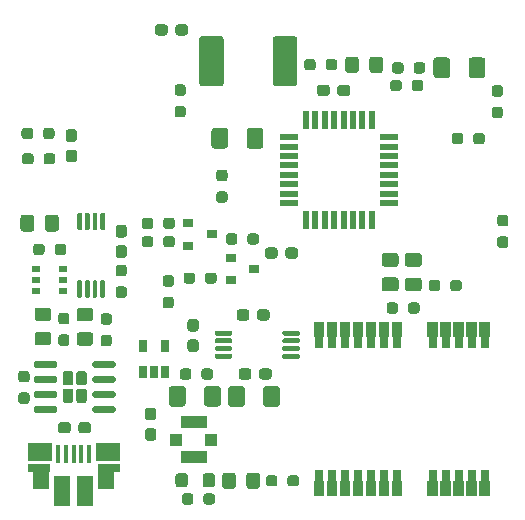
<source format=gtp>
G04 #@! TF.GenerationSoftware,KiCad,Pcbnew,5.1.10-88a1d61d58~90~ubuntu20.04.1*
G04 #@! TF.CreationDate,2021-08-08T16:04:40+03:00*
G04 #@! TF.ProjectId,GPS_keychain,4750535f-6b65-4796-9368-61696e2e6b69,rev?*
G04 #@! TF.SameCoordinates,Original*
G04 #@! TF.FileFunction,Paste,Top*
G04 #@! TF.FilePolarity,Positive*
%FSLAX46Y46*%
G04 Gerber Fmt 4.6, Leading zero omitted, Abs format (unit mm)*
G04 Created by KiCad (PCBNEW 5.1.10-88a1d61d58~90~ubuntu20.04.1) date 2021-08-08 16:04:40*
%MOMM*%
%LPD*%
G01*
G04 APERTURE LIST*
%ADD10C,0.000100*%
%ADD11R,1.600000X0.550000*%
%ADD12R,0.550000X1.600000*%
%ADD13R,0.650000X1.060000*%
%ADD14R,0.700000X0.510000*%
%ADD15R,0.900000X0.800000*%
%ADD16R,1.430000X2.500000*%
%ADD17R,0.400000X1.650000*%
%ADD18R,2.000000X1.500000*%
%ADD19R,1.825000X0.700000*%
%ADD20R,1.350000X2.000000*%
%ADD21R,1.000000X1.000000*%
%ADD22R,2.200000X1.050000*%
G04 APERTURE END LIST*
D10*
G36*
X220913600Y-151307840D02*
G01*
X220913600Y-150107840D01*
X220813600Y-150107840D01*
X220813600Y-149207840D01*
X220213600Y-149207840D01*
X220213600Y-150107840D01*
X220113600Y-150107840D01*
X220113600Y-151307840D01*
X220913600Y-151307840D01*
G37*
X220913600Y-151307840D02*
X220913600Y-150107840D01*
X220813600Y-150107840D01*
X220813600Y-149207840D01*
X220213600Y-149207840D01*
X220213600Y-150107840D01*
X220113600Y-150107840D01*
X220113600Y-151307840D01*
X220913600Y-151307840D01*
G36*
X223113600Y-151307840D02*
G01*
X223113600Y-150107840D01*
X223013600Y-150107840D01*
X223013600Y-149207840D01*
X222413600Y-149207840D01*
X222413600Y-150107840D01*
X222313600Y-150107840D01*
X222313600Y-151307840D01*
X223113600Y-151307840D01*
G37*
X223113600Y-151307840D02*
X223113600Y-150107840D01*
X223013600Y-150107840D01*
X223013600Y-149207840D01*
X222413600Y-149207840D01*
X222413600Y-150107840D01*
X222313600Y-150107840D01*
X222313600Y-151307840D01*
X223113600Y-151307840D01*
G36*
X222013600Y-151307840D02*
G01*
X222013600Y-150107840D01*
X221913600Y-150107840D01*
X221913600Y-149207840D01*
X221313600Y-149207840D01*
X221313600Y-150107840D01*
X221213600Y-150107840D01*
X221213600Y-151307840D01*
X222013600Y-151307840D01*
G37*
X222013600Y-151307840D02*
X222013600Y-150107840D01*
X221913600Y-150107840D01*
X221913600Y-149207840D01*
X221313600Y-149207840D01*
X221313600Y-150107840D01*
X221213600Y-150107840D01*
X221213600Y-151307840D01*
X222013600Y-151307840D01*
G36*
X218713600Y-151307840D02*
G01*
X218713600Y-150107840D01*
X218613600Y-150107840D01*
X218613600Y-149207840D01*
X218013600Y-149207840D01*
X218013600Y-150107840D01*
X217913600Y-150107840D01*
X217913600Y-151307840D01*
X218713600Y-151307840D01*
G37*
X218713600Y-151307840D02*
X218713600Y-150107840D01*
X218613600Y-150107840D01*
X218613600Y-149207840D01*
X218013600Y-149207840D01*
X218013600Y-150107840D01*
X217913600Y-150107840D01*
X217913600Y-151307840D01*
X218713600Y-151307840D01*
G36*
X219813600Y-151307840D02*
G01*
X219813600Y-150107840D01*
X219713600Y-150107840D01*
X219713600Y-149207840D01*
X219113600Y-149207840D01*
X219113600Y-150107840D01*
X219013600Y-150107840D01*
X219013600Y-151307840D01*
X219813600Y-151307840D01*
G37*
X219813600Y-151307840D02*
X219813600Y-150107840D01*
X219713600Y-150107840D01*
X219713600Y-149207840D01*
X219113600Y-149207840D01*
X219113600Y-150107840D01*
X219013600Y-150107840D01*
X219013600Y-151307840D01*
X219813600Y-151307840D01*
G36*
X216513600Y-151307840D02*
G01*
X216513600Y-150107840D01*
X216413600Y-150107840D01*
X216413600Y-149207840D01*
X215813600Y-149207840D01*
X215813600Y-150107840D01*
X215713600Y-150107840D01*
X215713600Y-151307840D01*
X216513600Y-151307840D01*
G37*
X216513600Y-151307840D02*
X216513600Y-150107840D01*
X216413600Y-150107840D01*
X216413600Y-149207840D01*
X215813600Y-149207840D01*
X215813600Y-150107840D01*
X215713600Y-150107840D01*
X215713600Y-151307840D01*
X216513600Y-151307840D01*
G36*
X217613600Y-151307840D02*
G01*
X217613600Y-150107840D01*
X217513600Y-150107840D01*
X217513600Y-149207840D01*
X216913600Y-149207840D01*
X216913600Y-150107840D01*
X216813600Y-150107840D01*
X216813600Y-151307840D01*
X217613600Y-151307840D01*
G37*
X217613600Y-151307840D02*
X217613600Y-150107840D01*
X217513600Y-150107840D01*
X217513600Y-149207840D01*
X216913600Y-149207840D01*
X216913600Y-150107840D01*
X216813600Y-150107840D01*
X216813600Y-151307840D01*
X217613600Y-151307840D01*
G36*
X226413600Y-136707840D02*
G01*
X226413600Y-137907840D01*
X226513600Y-137907840D01*
X226513600Y-138807840D01*
X227113600Y-138807840D01*
X227113600Y-137907840D01*
X227213600Y-137907840D01*
X227213600Y-136707840D01*
X226413600Y-136707840D01*
G37*
X226413600Y-136707840D02*
X226413600Y-137907840D01*
X226513600Y-137907840D01*
X226513600Y-138807840D01*
X227113600Y-138807840D01*
X227113600Y-137907840D01*
X227213600Y-137907840D01*
X227213600Y-136707840D01*
X226413600Y-136707840D01*
G36*
X225313600Y-136707840D02*
G01*
X225313600Y-137907840D01*
X225413600Y-137907840D01*
X225413600Y-138807840D01*
X226013600Y-138807840D01*
X226013600Y-137907840D01*
X226113600Y-137907840D01*
X226113600Y-136707840D01*
X225313600Y-136707840D01*
G37*
X225313600Y-136707840D02*
X225313600Y-137907840D01*
X225413600Y-137907840D01*
X225413600Y-138807840D01*
X226013600Y-138807840D01*
X226013600Y-137907840D01*
X226113600Y-137907840D01*
X226113600Y-136707840D01*
X225313600Y-136707840D01*
G36*
X228613600Y-136707840D02*
G01*
X228613600Y-137907840D01*
X228713600Y-137907840D01*
X228713600Y-138807840D01*
X229313600Y-138807840D01*
X229313600Y-137907840D01*
X229413600Y-137907840D01*
X229413600Y-136707840D01*
X228613600Y-136707840D01*
G37*
X228613600Y-136707840D02*
X228613600Y-137907840D01*
X228713600Y-137907840D01*
X228713600Y-138807840D01*
X229313600Y-138807840D01*
X229313600Y-137907840D01*
X229413600Y-137907840D01*
X229413600Y-136707840D01*
X228613600Y-136707840D01*
G36*
X227513600Y-136707840D02*
G01*
X227513600Y-137907840D01*
X227613600Y-137907840D01*
X227613600Y-138807840D01*
X228213600Y-138807840D01*
X228213600Y-137907840D01*
X228313600Y-137907840D01*
X228313600Y-136707840D01*
X227513600Y-136707840D01*
G37*
X227513600Y-136707840D02*
X227513600Y-137907840D01*
X227613600Y-137907840D01*
X227613600Y-138807840D01*
X228213600Y-138807840D01*
X228213600Y-137907840D01*
X228313600Y-137907840D01*
X228313600Y-136707840D01*
X227513600Y-136707840D01*
G36*
X229713600Y-136707840D02*
G01*
X229713600Y-137907840D01*
X229813600Y-137907840D01*
X229813600Y-138807840D01*
X230413600Y-138807840D01*
X230413600Y-137907840D01*
X230513600Y-137907840D01*
X230513600Y-136707840D01*
X229713600Y-136707840D01*
G37*
X229713600Y-136707840D02*
X229713600Y-137907840D01*
X229813600Y-137907840D01*
X229813600Y-138807840D01*
X230413600Y-138807840D01*
X230413600Y-137907840D01*
X230513600Y-137907840D01*
X230513600Y-136707840D01*
X229713600Y-136707840D01*
G36*
X225313600Y-151307840D02*
G01*
X225313600Y-150107840D01*
X225413600Y-150107840D01*
X225413600Y-149207840D01*
X226013600Y-149207840D01*
X226013600Y-150107840D01*
X226113600Y-150107840D01*
X226113600Y-151307840D01*
X225313600Y-151307840D01*
G37*
X225313600Y-151307840D02*
X225313600Y-150107840D01*
X225413600Y-150107840D01*
X225413600Y-149207840D01*
X226013600Y-149207840D01*
X226013600Y-150107840D01*
X226113600Y-150107840D01*
X226113600Y-151307840D01*
X225313600Y-151307840D01*
G36*
X226413600Y-151307840D02*
G01*
X226413600Y-150107840D01*
X226513600Y-150107840D01*
X226513600Y-149207840D01*
X227113600Y-149207840D01*
X227113600Y-150107840D01*
X227213600Y-150107840D01*
X227213600Y-151307840D01*
X226413600Y-151307840D01*
G37*
X226413600Y-151307840D02*
X226413600Y-150107840D01*
X226513600Y-150107840D01*
X226513600Y-149207840D01*
X227113600Y-149207840D01*
X227113600Y-150107840D01*
X227213600Y-150107840D01*
X227213600Y-151307840D01*
X226413600Y-151307840D01*
G36*
X227513600Y-151307840D02*
G01*
X227513600Y-150107840D01*
X227613600Y-150107840D01*
X227613600Y-149207840D01*
X228213600Y-149207840D01*
X228213600Y-150107840D01*
X228313600Y-150107840D01*
X228313600Y-151307840D01*
X227513600Y-151307840D01*
G37*
X227513600Y-151307840D02*
X227513600Y-150107840D01*
X227613600Y-150107840D01*
X227613600Y-149207840D01*
X228213600Y-149207840D01*
X228213600Y-150107840D01*
X228313600Y-150107840D01*
X228313600Y-151307840D01*
X227513600Y-151307840D01*
G36*
X228613600Y-151307840D02*
G01*
X228613600Y-150107840D01*
X228713600Y-150107840D01*
X228713600Y-149207840D01*
X229313600Y-149207840D01*
X229313600Y-150107840D01*
X229413600Y-150107840D01*
X229413600Y-151307840D01*
X228613600Y-151307840D01*
G37*
X228613600Y-151307840D02*
X228613600Y-150107840D01*
X228713600Y-150107840D01*
X228713600Y-149207840D01*
X229313600Y-149207840D01*
X229313600Y-150107840D01*
X229413600Y-150107840D01*
X229413600Y-151307840D01*
X228613600Y-151307840D01*
G36*
X229713600Y-151307840D02*
G01*
X229713600Y-150107840D01*
X229813600Y-150107840D01*
X229813600Y-149207840D01*
X230413600Y-149207840D01*
X230413600Y-150107840D01*
X230513600Y-150107840D01*
X230513600Y-151307840D01*
X229713600Y-151307840D01*
G37*
X229713600Y-151307840D02*
X229713600Y-150107840D01*
X229813600Y-150107840D01*
X229813600Y-149207840D01*
X230413600Y-149207840D01*
X230413600Y-150107840D01*
X230513600Y-150107840D01*
X230513600Y-151307840D01*
X229713600Y-151307840D01*
G36*
X223113600Y-136707840D02*
G01*
X223113600Y-137907840D01*
X223013600Y-137907840D01*
X223013600Y-138807840D01*
X222413600Y-138807840D01*
X222413600Y-137907840D01*
X222313600Y-137907840D01*
X222313600Y-136707840D01*
X223113600Y-136707840D01*
G37*
X223113600Y-136707840D02*
X223113600Y-137907840D01*
X223013600Y-137907840D01*
X223013600Y-138807840D01*
X222413600Y-138807840D01*
X222413600Y-137907840D01*
X222313600Y-137907840D01*
X222313600Y-136707840D01*
X223113600Y-136707840D01*
G36*
X222013600Y-136707840D02*
G01*
X222013600Y-137907840D01*
X221913600Y-137907840D01*
X221913600Y-138807840D01*
X221313600Y-138807840D01*
X221313600Y-137907840D01*
X221213600Y-137907840D01*
X221213600Y-136707840D01*
X222013600Y-136707840D01*
G37*
X222013600Y-136707840D02*
X222013600Y-137907840D01*
X221913600Y-137907840D01*
X221913600Y-138807840D01*
X221313600Y-138807840D01*
X221313600Y-137907840D01*
X221213600Y-137907840D01*
X221213600Y-136707840D01*
X222013600Y-136707840D01*
G36*
X220913600Y-136707840D02*
G01*
X220913600Y-137907840D01*
X220813600Y-137907840D01*
X220813600Y-138807840D01*
X220213600Y-138807840D01*
X220213600Y-137907840D01*
X220113600Y-137907840D01*
X220113600Y-136707840D01*
X220913600Y-136707840D01*
G37*
X220913600Y-136707840D02*
X220913600Y-137907840D01*
X220813600Y-137907840D01*
X220813600Y-138807840D01*
X220213600Y-138807840D01*
X220213600Y-137907840D01*
X220113600Y-137907840D01*
X220113600Y-136707840D01*
X220913600Y-136707840D01*
G36*
X219813600Y-136707840D02*
G01*
X219813600Y-137907840D01*
X219713600Y-137907840D01*
X219713600Y-138807840D01*
X219113600Y-138807840D01*
X219113600Y-137907840D01*
X219013600Y-137907840D01*
X219013600Y-136707840D01*
X219813600Y-136707840D01*
G37*
X219813600Y-136707840D02*
X219813600Y-137907840D01*
X219713600Y-137907840D01*
X219713600Y-138807840D01*
X219113600Y-138807840D01*
X219113600Y-137907840D01*
X219013600Y-137907840D01*
X219013600Y-136707840D01*
X219813600Y-136707840D01*
G36*
X218713600Y-136707840D02*
G01*
X218713600Y-137907840D01*
X218613600Y-137907840D01*
X218613600Y-138807840D01*
X218013600Y-138807840D01*
X218013600Y-137907840D01*
X217913600Y-137907840D01*
X217913600Y-136707840D01*
X218713600Y-136707840D01*
G37*
X218713600Y-136707840D02*
X218713600Y-137907840D01*
X218613600Y-137907840D01*
X218613600Y-138807840D01*
X218013600Y-138807840D01*
X218013600Y-137907840D01*
X217913600Y-137907840D01*
X217913600Y-136707840D01*
X218713600Y-136707840D01*
G36*
X217613600Y-136707840D02*
G01*
X217613600Y-137907840D01*
X217513600Y-137907840D01*
X217513600Y-138807840D01*
X216913600Y-138807840D01*
X216913600Y-137907840D01*
X216813600Y-137907840D01*
X216813600Y-136707840D01*
X217613600Y-136707840D01*
G37*
X217613600Y-136707840D02*
X217613600Y-137907840D01*
X217513600Y-137907840D01*
X217513600Y-138807840D01*
X216913600Y-138807840D01*
X216913600Y-137907840D01*
X216813600Y-137907840D01*
X216813600Y-136707840D01*
X217613600Y-136707840D01*
G36*
X216513600Y-136707840D02*
G01*
X216513600Y-137907840D01*
X216413600Y-137907840D01*
X216413600Y-138807840D01*
X215813600Y-138807840D01*
X215813600Y-137907840D01*
X215713600Y-137907840D01*
X215713600Y-136707840D01*
X216513600Y-136707840D01*
G37*
X216513600Y-136707840D02*
X216513600Y-137907840D01*
X216413600Y-137907840D01*
X216413600Y-138807840D01*
X215813600Y-138807840D01*
X215813600Y-137907840D01*
X215713600Y-137907840D01*
X215713600Y-136707840D01*
X216513600Y-136707840D01*
D11*
X213569220Y-126630660D03*
X213569220Y-125830660D03*
X213569220Y-125030660D03*
X213569220Y-124230660D03*
X213569220Y-123430660D03*
X213569220Y-122630660D03*
X213569220Y-121830660D03*
X213569220Y-121030660D03*
D12*
X215019220Y-119580660D03*
X215819220Y-119580660D03*
X216619220Y-119580660D03*
X217419220Y-119580660D03*
X218219220Y-119580660D03*
X219019220Y-119580660D03*
X219819220Y-119580660D03*
X220619220Y-119580660D03*
D11*
X222069220Y-121030660D03*
X222069220Y-121830660D03*
X222069220Y-122630660D03*
X222069220Y-123430660D03*
X222069220Y-124230660D03*
X222069220Y-125030660D03*
X222069220Y-125830660D03*
X222069220Y-126630660D03*
D12*
X220619220Y-128080660D03*
X219819220Y-128080660D03*
X219019220Y-128080660D03*
X218219220Y-128080660D03*
X217419220Y-128080660D03*
X216619220Y-128080660D03*
X215819220Y-128080660D03*
X215019220Y-128080660D03*
G36*
G01*
X213033980Y-137727840D02*
X213033980Y-137527840D01*
G75*
G02*
X213133980Y-137427840I100000J0D01*
G01*
X214408980Y-137427840D01*
G75*
G02*
X214508980Y-137527840I0J-100000D01*
G01*
X214508980Y-137727840D01*
G75*
G02*
X214408980Y-137827840I-100000J0D01*
G01*
X213133980Y-137827840D01*
G75*
G02*
X213033980Y-137727840I0J100000D01*
G01*
G37*
G36*
G01*
X213033980Y-138377840D02*
X213033980Y-138177840D01*
G75*
G02*
X213133980Y-138077840I100000J0D01*
G01*
X214408980Y-138077840D01*
G75*
G02*
X214508980Y-138177840I0J-100000D01*
G01*
X214508980Y-138377840D01*
G75*
G02*
X214408980Y-138477840I-100000J0D01*
G01*
X213133980Y-138477840D01*
G75*
G02*
X213033980Y-138377840I0J100000D01*
G01*
G37*
G36*
G01*
X213033980Y-139027840D02*
X213033980Y-138827840D01*
G75*
G02*
X213133980Y-138727840I100000J0D01*
G01*
X214408980Y-138727840D01*
G75*
G02*
X214508980Y-138827840I0J-100000D01*
G01*
X214508980Y-139027840D01*
G75*
G02*
X214408980Y-139127840I-100000J0D01*
G01*
X213133980Y-139127840D01*
G75*
G02*
X213033980Y-139027840I0J100000D01*
G01*
G37*
G36*
G01*
X213033980Y-139677840D02*
X213033980Y-139477840D01*
G75*
G02*
X213133980Y-139377840I100000J0D01*
G01*
X214408980Y-139377840D01*
G75*
G02*
X214508980Y-139477840I0J-100000D01*
G01*
X214508980Y-139677840D01*
G75*
G02*
X214408980Y-139777840I-100000J0D01*
G01*
X213133980Y-139777840D01*
G75*
G02*
X213033980Y-139677840I0J100000D01*
G01*
G37*
G36*
G01*
X207308980Y-139677840D02*
X207308980Y-139477840D01*
G75*
G02*
X207408980Y-139377840I100000J0D01*
G01*
X208683980Y-139377840D01*
G75*
G02*
X208783980Y-139477840I0J-100000D01*
G01*
X208783980Y-139677840D01*
G75*
G02*
X208683980Y-139777840I-100000J0D01*
G01*
X207408980Y-139777840D01*
G75*
G02*
X207308980Y-139677840I0J100000D01*
G01*
G37*
G36*
G01*
X207308980Y-139027840D02*
X207308980Y-138827840D01*
G75*
G02*
X207408980Y-138727840I100000J0D01*
G01*
X208683980Y-138727840D01*
G75*
G02*
X208783980Y-138827840I0J-100000D01*
G01*
X208783980Y-139027840D01*
G75*
G02*
X208683980Y-139127840I-100000J0D01*
G01*
X207408980Y-139127840D01*
G75*
G02*
X207308980Y-139027840I0J100000D01*
G01*
G37*
G36*
G01*
X207308980Y-138377840D02*
X207308980Y-138177840D01*
G75*
G02*
X207408980Y-138077840I100000J0D01*
G01*
X208683980Y-138077840D01*
G75*
G02*
X208783980Y-138177840I0J-100000D01*
G01*
X208783980Y-138377840D01*
G75*
G02*
X208683980Y-138477840I-100000J0D01*
G01*
X207408980Y-138477840D01*
G75*
G02*
X207308980Y-138377840I0J100000D01*
G01*
G37*
G36*
G01*
X207308980Y-137727840D02*
X207308980Y-137527840D01*
G75*
G02*
X207408980Y-137427840I100000J0D01*
G01*
X208683980Y-137427840D01*
G75*
G02*
X208783980Y-137527840I0J-100000D01*
G01*
X208783980Y-137727840D01*
G75*
G02*
X208683980Y-137827840I-100000J0D01*
G01*
X207408980Y-137827840D01*
G75*
G02*
X207308980Y-137727840I0J100000D01*
G01*
G37*
D13*
X201218760Y-138706680D03*
X203118760Y-138706680D03*
X203118760Y-140906680D03*
X202168760Y-140906680D03*
X201218760Y-140906680D03*
G36*
G01*
X197719800Y-133161140D02*
X197919800Y-133161140D01*
G75*
G02*
X198019800Y-133261140I0J-100000D01*
G01*
X198019800Y-134536140D01*
G75*
G02*
X197919800Y-134636140I-100000J0D01*
G01*
X197719800Y-134636140D01*
G75*
G02*
X197619800Y-134536140I0J100000D01*
G01*
X197619800Y-133261140D01*
G75*
G02*
X197719800Y-133161140I100000J0D01*
G01*
G37*
G36*
G01*
X197069800Y-133161140D02*
X197269800Y-133161140D01*
G75*
G02*
X197369800Y-133261140I0J-100000D01*
G01*
X197369800Y-134536140D01*
G75*
G02*
X197269800Y-134636140I-100000J0D01*
G01*
X197069800Y-134636140D01*
G75*
G02*
X196969800Y-134536140I0J100000D01*
G01*
X196969800Y-133261140D01*
G75*
G02*
X197069800Y-133161140I100000J0D01*
G01*
G37*
G36*
G01*
X196419800Y-133161140D02*
X196619800Y-133161140D01*
G75*
G02*
X196719800Y-133261140I0J-100000D01*
G01*
X196719800Y-134536140D01*
G75*
G02*
X196619800Y-134636140I-100000J0D01*
G01*
X196419800Y-134636140D01*
G75*
G02*
X196319800Y-134536140I0J100000D01*
G01*
X196319800Y-133261140D01*
G75*
G02*
X196419800Y-133161140I100000J0D01*
G01*
G37*
G36*
G01*
X195769800Y-133161140D02*
X195969800Y-133161140D01*
G75*
G02*
X196069800Y-133261140I0J-100000D01*
G01*
X196069800Y-134536140D01*
G75*
G02*
X195969800Y-134636140I-100000J0D01*
G01*
X195769800Y-134636140D01*
G75*
G02*
X195669800Y-134536140I0J100000D01*
G01*
X195669800Y-133261140D01*
G75*
G02*
X195769800Y-133161140I100000J0D01*
G01*
G37*
G36*
G01*
X195769800Y-127436140D02*
X195969800Y-127436140D01*
G75*
G02*
X196069800Y-127536140I0J-100000D01*
G01*
X196069800Y-128811140D01*
G75*
G02*
X195969800Y-128911140I-100000J0D01*
G01*
X195769800Y-128911140D01*
G75*
G02*
X195669800Y-128811140I0J100000D01*
G01*
X195669800Y-127536140D01*
G75*
G02*
X195769800Y-127436140I100000J0D01*
G01*
G37*
G36*
G01*
X196419800Y-127436140D02*
X196619800Y-127436140D01*
G75*
G02*
X196719800Y-127536140I0J-100000D01*
G01*
X196719800Y-128811140D01*
G75*
G02*
X196619800Y-128911140I-100000J0D01*
G01*
X196419800Y-128911140D01*
G75*
G02*
X196319800Y-128811140I0J100000D01*
G01*
X196319800Y-127536140D01*
G75*
G02*
X196419800Y-127436140I100000J0D01*
G01*
G37*
G36*
G01*
X197069800Y-127436140D02*
X197269800Y-127436140D01*
G75*
G02*
X197369800Y-127536140I0J-100000D01*
G01*
X197369800Y-128811140D01*
G75*
G02*
X197269800Y-128911140I-100000J0D01*
G01*
X197069800Y-128911140D01*
G75*
G02*
X196969800Y-128811140I0J100000D01*
G01*
X196969800Y-127536140D01*
G75*
G02*
X197069800Y-127436140I100000J0D01*
G01*
G37*
G36*
G01*
X197719800Y-127436140D02*
X197919800Y-127436140D01*
G75*
G02*
X198019800Y-127536140I0J-100000D01*
G01*
X198019800Y-128811140D01*
G75*
G02*
X197919800Y-128911140I-100000J0D01*
G01*
X197719800Y-128911140D01*
G75*
G02*
X197619800Y-128811140I0J100000D01*
G01*
X197619800Y-127536140D01*
G75*
G02*
X197719800Y-127436140I100000J0D01*
G01*
G37*
D14*
X194487800Y-132161240D03*
X194487800Y-133111240D03*
X194487800Y-134061240D03*
X192167800Y-134061240D03*
X192167800Y-133111240D03*
X192167800Y-132161240D03*
G36*
G01*
X195568080Y-143314200D02*
X195568080Y-142564200D01*
G75*
G02*
X195798080Y-142334200I230000J0D01*
G01*
X196258080Y-142334200D01*
G75*
G02*
X196488080Y-142564200I0J-230000D01*
G01*
X196488080Y-143314200D01*
G75*
G02*
X196258080Y-143544200I-230000J0D01*
G01*
X195798080Y-143544200D01*
G75*
G02*
X195568080Y-143314200I0J230000D01*
G01*
G37*
G36*
G01*
X195568080Y-141814200D02*
X195568080Y-141064200D01*
G75*
G02*
X195798080Y-140834200I230000J0D01*
G01*
X196258080Y-140834200D01*
G75*
G02*
X196488080Y-141064200I0J-230000D01*
G01*
X196488080Y-141814200D01*
G75*
G02*
X196258080Y-142044200I-230000J0D01*
G01*
X195798080Y-142044200D01*
G75*
G02*
X195568080Y-141814200I0J230000D01*
G01*
G37*
G36*
G01*
X194428080Y-143314200D02*
X194428080Y-142564200D01*
G75*
G02*
X194658080Y-142334200I230000J0D01*
G01*
X195118080Y-142334200D01*
G75*
G02*
X195348080Y-142564200I0J-230000D01*
G01*
X195348080Y-143314200D01*
G75*
G02*
X195118080Y-143544200I-230000J0D01*
G01*
X194658080Y-143544200D01*
G75*
G02*
X194428080Y-143314200I0J230000D01*
G01*
G37*
G36*
G01*
X194428080Y-141814200D02*
X194428080Y-141064200D01*
G75*
G02*
X194658080Y-140834200I230000J0D01*
G01*
X195118080Y-140834200D01*
G75*
G02*
X195348080Y-141064200I0J-230000D01*
G01*
X195348080Y-141814200D01*
G75*
G02*
X195118080Y-142044200I-230000J0D01*
G01*
X194658080Y-142044200D01*
G75*
G02*
X194428080Y-141814200I0J230000D01*
G01*
G37*
G36*
G01*
X196958080Y-140434200D02*
X196958080Y-140134200D01*
G75*
G02*
X197108080Y-139984200I150000J0D01*
G01*
X198758080Y-139984200D01*
G75*
G02*
X198908080Y-140134200I0J-150000D01*
G01*
X198908080Y-140434200D01*
G75*
G02*
X198758080Y-140584200I-150000J0D01*
G01*
X197108080Y-140584200D01*
G75*
G02*
X196958080Y-140434200I0J150000D01*
G01*
G37*
G36*
G01*
X196958080Y-141704200D02*
X196958080Y-141404200D01*
G75*
G02*
X197108080Y-141254200I150000J0D01*
G01*
X198758080Y-141254200D01*
G75*
G02*
X198908080Y-141404200I0J-150000D01*
G01*
X198908080Y-141704200D01*
G75*
G02*
X198758080Y-141854200I-150000J0D01*
G01*
X197108080Y-141854200D01*
G75*
G02*
X196958080Y-141704200I0J150000D01*
G01*
G37*
G36*
G01*
X196958080Y-142974200D02*
X196958080Y-142674200D01*
G75*
G02*
X197108080Y-142524200I150000J0D01*
G01*
X198758080Y-142524200D01*
G75*
G02*
X198908080Y-142674200I0J-150000D01*
G01*
X198908080Y-142974200D01*
G75*
G02*
X198758080Y-143124200I-150000J0D01*
G01*
X197108080Y-143124200D01*
G75*
G02*
X196958080Y-142974200I0J150000D01*
G01*
G37*
G36*
G01*
X196958080Y-144244200D02*
X196958080Y-143944200D01*
G75*
G02*
X197108080Y-143794200I150000J0D01*
G01*
X198758080Y-143794200D01*
G75*
G02*
X198908080Y-143944200I0J-150000D01*
G01*
X198908080Y-144244200D01*
G75*
G02*
X198758080Y-144394200I-150000J0D01*
G01*
X197108080Y-144394200D01*
G75*
G02*
X196958080Y-144244200I0J150000D01*
G01*
G37*
G36*
G01*
X192008080Y-144244200D02*
X192008080Y-143944200D01*
G75*
G02*
X192158080Y-143794200I150000J0D01*
G01*
X193808080Y-143794200D01*
G75*
G02*
X193958080Y-143944200I0J-150000D01*
G01*
X193958080Y-144244200D01*
G75*
G02*
X193808080Y-144394200I-150000J0D01*
G01*
X192158080Y-144394200D01*
G75*
G02*
X192008080Y-144244200I0J150000D01*
G01*
G37*
G36*
G01*
X192008080Y-142974200D02*
X192008080Y-142674200D01*
G75*
G02*
X192158080Y-142524200I150000J0D01*
G01*
X193808080Y-142524200D01*
G75*
G02*
X193958080Y-142674200I0J-150000D01*
G01*
X193958080Y-142974200D01*
G75*
G02*
X193808080Y-143124200I-150000J0D01*
G01*
X192158080Y-143124200D01*
G75*
G02*
X192008080Y-142974200I0J150000D01*
G01*
G37*
G36*
G01*
X192008080Y-141704200D02*
X192008080Y-141404200D01*
G75*
G02*
X192158080Y-141254200I150000J0D01*
G01*
X193808080Y-141254200D01*
G75*
G02*
X193958080Y-141404200I0J-150000D01*
G01*
X193958080Y-141704200D01*
G75*
G02*
X193808080Y-141854200I-150000J0D01*
G01*
X192158080Y-141854200D01*
G75*
G02*
X192008080Y-141704200I0J150000D01*
G01*
G37*
G36*
G01*
X192008080Y-140434200D02*
X192008080Y-140134200D01*
G75*
G02*
X192158080Y-139984200I150000J0D01*
G01*
X193808080Y-139984200D01*
G75*
G02*
X193958080Y-140134200I0J-150000D01*
G01*
X193958080Y-140434200D01*
G75*
G02*
X193808080Y-140584200I-150000J0D01*
G01*
X192158080Y-140584200D01*
G75*
G02*
X192008080Y-140434200I0J150000D01*
G01*
G37*
G36*
G01*
X226392560Y-133356340D02*
X226392560Y-133831340D01*
G75*
G02*
X226155060Y-134068840I-237500J0D01*
G01*
X225655060Y-134068840D01*
G75*
G02*
X225417560Y-133831340I0J237500D01*
G01*
X225417560Y-133356340D01*
G75*
G02*
X225655060Y-133118840I237500J0D01*
G01*
X226155060Y-133118840D01*
G75*
G02*
X226392560Y-133356340I0J-237500D01*
G01*
G37*
G36*
G01*
X228217560Y-133356340D02*
X228217560Y-133831340D01*
G75*
G02*
X227980060Y-134068840I-237500J0D01*
G01*
X227480060Y-134068840D01*
G75*
G02*
X227242560Y-133831340I0J237500D01*
G01*
X227242560Y-133356340D01*
G75*
G02*
X227480060Y-133118840I237500J0D01*
G01*
X227980060Y-133118840D01*
G75*
G02*
X228217560Y-133356340I0J-237500D01*
G01*
G37*
G36*
G01*
X223683380Y-135743960D02*
X223683380Y-135268960D01*
G75*
G02*
X223920880Y-135031460I237500J0D01*
G01*
X224420880Y-135031460D01*
G75*
G02*
X224658380Y-135268960I0J-237500D01*
G01*
X224658380Y-135743960D01*
G75*
G02*
X224420880Y-135981460I-237500J0D01*
G01*
X223920880Y-135981460D01*
G75*
G02*
X223683380Y-135743960I0J237500D01*
G01*
G37*
G36*
G01*
X221858380Y-135743960D02*
X221858380Y-135268960D01*
G75*
G02*
X222095880Y-135031460I237500J0D01*
G01*
X222595880Y-135031460D01*
G75*
G02*
X222833380Y-135268960I0J-237500D01*
G01*
X222833380Y-135743960D01*
G75*
G02*
X222595880Y-135981460I-237500J0D01*
G01*
X222095880Y-135981460D01*
G75*
G02*
X221858380Y-135743960I0J237500D01*
G01*
G37*
G36*
G01*
X208154280Y-124767160D02*
X207679280Y-124767160D01*
G75*
G02*
X207441780Y-124529660I0J237500D01*
G01*
X207441780Y-124029660D01*
G75*
G02*
X207679280Y-123792160I237500J0D01*
G01*
X208154280Y-123792160D01*
G75*
G02*
X208391780Y-124029660I0J-237500D01*
G01*
X208391780Y-124529660D01*
G75*
G02*
X208154280Y-124767160I-237500J0D01*
G01*
G37*
G36*
G01*
X208154280Y-126592160D02*
X207679280Y-126592160D01*
G75*
G02*
X207441780Y-126354660I0J237500D01*
G01*
X207441780Y-125854660D01*
G75*
G02*
X207679280Y-125617160I237500J0D01*
G01*
X208154280Y-125617160D01*
G75*
G02*
X208391780Y-125854660I0J-237500D01*
G01*
X208391780Y-126354660D01*
G75*
G02*
X208154280Y-126592160I-237500J0D01*
G01*
G37*
G36*
G01*
X192773480Y-120958620D02*
X192773480Y-120483620D01*
G75*
G02*
X193010980Y-120246120I237500J0D01*
G01*
X193510980Y-120246120D01*
G75*
G02*
X193748480Y-120483620I0J-237500D01*
G01*
X193748480Y-120958620D01*
G75*
G02*
X193510980Y-121196120I-237500J0D01*
G01*
X193010980Y-121196120D01*
G75*
G02*
X192773480Y-120958620I0J237500D01*
G01*
G37*
G36*
G01*
X190948480Y-120958620D02*
X190948480Y-120483620D01*
G75*
G02*
X191185980Y-120246120I237500J0D01*
G01*
X191685980Y-120246120D01*
G75*
G02*
X191923480Y-120483620I0J-237500D01*
G01*
X191923480Y-120958620D01*
G75*
G02*
X191685980Y-121196120I-237500J0D01*
G01*
X191185980Y-121196120D01*
G75*
G02*
X190948480Y-120958620I0J237500D01*
G01*
G37*
G36*
G01*
X191976820Y-122632460D02*
X191976820Y-123107460D01*
G75*
G02*
X191739320Y-123344960I-237500J0D01*
G01*
X191239320Y-123344960D01*
G75*
G02*
X191001820Y-123107460I0J237500D01*
G01*
X191001820Y-122632460D01*
G75*
G02*
X191239320Y-122394960I237500J0D01*
G01*
X191739320Y-122394960D01*
G75*
G02*
X191976820Y-122632460I0J-237500D01*
G01*
G37*
G36*
G01*
X193801820Y-122632460D02*
X193801820Y-123107460D01*
G75*
G02*
X193564320Y-123344960I-237500J0D01*
G01*
X193064320Y-123344960D01*
G75*
G02*
X192826820Y-123107460I0J237500D01*
G01*
X192826820Y-122632460D01*
G75*
G02*
X193064320Y-122394960I237500J0D01*
G01*
X193564320Y-122394960D01*
G75*
G02*
X193801820Y-122632460I0J-237500D01*
G01*
G37*
G36*
G01*
X229197080Y-121387880D02*
X229197080Y-120912880D01*
G75*
G02*
X229434580Y-120675380I237500J0D01*
G01*
X229934580Y-120675380D01*
G75*
G02*
X230172080Y-120912880I0J-237500D01*
G01*
X230172080Y-121387880D01*
G75*
G02*
X229934580Y-121625380I-237500J0D01*
G01*
X229434580Y-121625380D01*
G75*
G02*
X229197080Y-121387880I0J237500D01*
G01*
G37*
G36*
G01*
X227372080Y-121387880D02*
X227372080Y-120912880D01*
G75*
G02*
X227609580Y-120675380I237500J0D01*
G01*
X228109580Y-120675380D01*
G75*
G02*
X228347080Y-120912880I0J-237500D01*
G01*
X228347080Y-121387880D01*
G75*
G02*
X228109580Y-121625380I-237500J0D01*
G01*
X227609580Y-121625380D01*
G75*
G02*
X227372080Y-121387880I0J237500D01*
G01*
G37*
G36*
G01*
X231463840Y-129433500D02*
X231938840Y-129433500D01*
G75*
G02*
X232176340Y-129671000I0J-237500D01*
G01*
X232176340Y-130171000D01*
G75*
G02*
X231938840Y-130408500I-237500J0D01*
G01*
X231463840Y-130408500D01*
G75*
G02*
X231226340Y-130171000I0J237500D01*
G01*
X231226340Y-129671000D01*
G75*
G02*
X231463840Y-129433500I237500J0D01*
G01*
G37*
G36*
G01*
X231463840Y-127608500D02*
X231938840Y-127608500D01*
G75*
G02*
X232176340Y-127846000I0J-237500D01*
G01*
X232176340Y-128346000D01*
G75*
G02*
X231938840Y-128583500I-237500J0D01*
G01*
X231463840Y-128583500D01*
G75*
G02*
X231226340Y-128346000I0J237500D01*
G01*
X231226340Y-127846000D01*
G75*
G02*
X231463840Y-127608500I237500J0D01*
G01*
G37*
G36*
G01*
X206497100Y-133206500D02*
X206497100Y-132731500D01*
G75*
G02*
X206734600Y-132494000I237500J0D01*
G01*
X207234600Y-132494000D01*
G75*
G02*
X207472100Y-132731500I0J-237500D01*
G01*
X207472100Y-133206500D01*
G75*
G02*
X207234600Y-133444000I-237500J0D01*
G01*
X206734600Y-133444000D01*
G75*
G02*
X206497100Y-133206500I0J237500D01*
G01*
G37*
G36*
G01*
X204672100Y-133206500D02*
X204672100Y-132731500D01*
G75*
G02*
X204909600Y-132494000I237500J0D01*
G01*
X205409600Y-132494000D01*
G75*
G02*
X205647100Y-132731500I0J-237500D01*
G01*
X205647100Y-133206500D01*
G75*
G02*
X205409600Y-133444000I-237500J0D01*
G01*
X204909600Y-133444000D01*
G75*
G02*
X204672100Y-133206500I0J237500D01*
G01*
G37*
G36*
G01*
X203127600Y-134551600D02*
X203602600Y-134551600D01*
G75*
G02*
X203840100Y-134789100I0J-237500D01*
G01*
X203840100Y-135289100D01*
G75*
G02*
X203602600Y-135526600I-237500J0D01*
G01*
X203127600Y-135526600D01*
G75*
G02*
X202890100Y-135289100I0J237500D01*
G01*
X202890100Y-134789100D01*
G75*
G02*
X203127600Y-134551600I237500J0D01*
G01*
G37*
G36*
G01*
X203127600Y-132726600D02*
X203602600Y-132726600D01*
G75*
G02*
X203840100Y-132964100I0J-237500D01*
G01*
X203840100Y-133464100D01*
G75*
G02*
X203602600Y-133701600I-237500J0D01*
G01*
X203127600Y-133701600D01*
G75*
G02*
X202890100Y-133464100I0J237500D01*
G01*
X202890100Y-132964100D01*
G75*
G02*
X203127600Y-132726600I237500J0D01*
G01*
G37*
G36*
G01*
X202953800Y-128571000D02*
X202953800Y-128096000D01*
G75*
G02*
X203191300Y-127858500I237500J0D01*
G01*
X203691300Y-127858500D01*
G75*
G02*
X203928800Y-128096000I0J-237500D01*
G01*
X203928800Y-128571000D01*
G75*
G02*
X203691300Y-128808500I-237500J0D01*
G01*
X203191300Y-128808500D01*
G75*
G02*
X202953800Y-128571000I0J237500D01*
G01*
G37*
G36*
G01*
X201128800Y-128571000D02*
X201128800Y-128096000D01*
G75*
G02*
X201366300Y-127858500I237500J0D01*
G01*
X201866300Y-127858500D01*
G75*
G02*
X202103800Y-128096000I0J-237500D01*
G01*
X202103800Y-128571000D01*
G75*
G02*
X201866300Y-128808500I-237500J0D01*
G01*
X201366300Y-128808500D01*
G75*
G02*
X201128800Y-128571000I0J237500D01*
G01*
G37*
G36*
G01*
X202953800Y-130120400D02*
X202953800Y-129645400D01*
G75*
G02*
X203191300Y-129407900I237500J0D01*
G01*
X203691300Y-129407900D01*
G75*
G02*
X203928800Y-129645400I0J-237500D01*
G01*
X203928800Y-130120400D01*
G75*
G02*
X203691300Y-130357900I-237500J0D01*
G01*
X203191300Y-130357900D01*
G75*
G02*
X202953800Y-130120400I0J237500D01*
G01*
G37*
G36*
G01*
X201128800Y-130120400D02*
X201128800Y-129645400D01*
G75*
G02*
X201366300Y-129407900I237500J0D01*
G01*
X201866300Y-129407900D01*
G75*
G02*
X202103800Y-129645400I0J-237500D01*
G01*
X202103800Y-130120400D01*
G75*
G02*
X201866300Y-130357900I-237500J0D01*
G01*
X201366300Y-130357900D01*
G75*
G02*
X201128800Y-130120400I0J237500D01*
G01*
G37*
G36*
G01*
X209224700Y-129416800D02*
X209224700Y-129891800D01*
G75*
G02*
X208987200Y-130129300I-237500J0D01*
G01*
X208487200Y-130129300D01*
G75*
G02*
X208249700Y-129891800I0J237500D01*
G01*
X208249700Y-129416800D01*
G75*
G02*
X208487200Y-129179300I237500J0D01*
G01*
X208987200Y-129179300D01*
G75*
G02*
X209224700Y-129416800I0J-237500D01*
G01*
G37*
G36*
G01*
X211049700Y-129416800D02*
X211049700Y-129891800D01*
G75*
G02*
X210812200Y-130129300I-237500J0D01*
G01*
X210312200Y-130129300D01*
G75*
G02*
X210074700Y-129891800I0J237500D01*
G01*
X210074700Y-129416800D01*
G75*
G02*
X210312200Y-129179300I237500J0D01*
G01*
X210812200Y-129179300D01*
G75*
G02*
X211049700Y-129416800I0J-237500D01*
G01*
G37*
G36*
G01*
X206354860Y-151905980D02*
X206354860Y-151430980D01*
G75*
G02*
X206592360Y-151193480I237500J0D01*
G01*
X207092360Y-151193480D01*
G75*
G02*
X207329860Y-151430980I0J-237500D01*
G01*
X207329860Y-151905980D01*
G75*
G02*
X207092360Y-152143480I-237500J0D01*
G01*
X206592360Y-152143480D01*
G75*
G02*
X206354860Y-151905980I0J237500D01*
G01*
G37*
G36*
G01*
X204529860Y-151905980D02*
X204529860Y-151430980D01*
G75*
G02*
X204767360Y-151193480I237500J0D01*
G01*
X205267360Y-151193480D01*
G75*
G02*
X205504860Y-151430980I0J-237500D01*
G01*
X205504860Y-151905980D01*
G75*
G02*
X205267360Y-152143480I-237500J0D01*
G01*
X204767360Y-152143480D01*
G75*
G02*
X204529860Y-151905980I0J237500D01*
G01*
G37*
G36*
G01*
X213464960Y-150366740D02*
X213464960Y-149891740D01*
G75*
G02*
X213702460Y-149654240I237500J0D01*
G01*
X214202460Y-149654240D01*
G75*
G02*
X214439960Y-149891740I0J-237500D01*
G01*
X214439960Y-150366740D01*
G75*
G02*
X214202460Y-150604240I-237500J0D01*
G01*
X213702460Y-150604240D01*
G75*
G02*
X213464960Y-150366740I0J237500D01*
G01*
G37*
G36*
G01*
X211639960Y-150366740D02*
X211639960Y-149891740D01*
G75*
G02*
X211877460Y-149654240I237500J0D01*
G01*
X212377460Y-149654240D01*
G75*
G02*
X212614960Y-149891740I0J-237500D01*
G01*
X212614960Y-150366740D01*
G75*
G02*
X212377460Y-150604240I-237500J0D01*
G01*
X211877460Y-150604240D01*
G75*
G02*
X211639960Y-150366740I0J237500D01*
G01*
G37*
G36*
G01*
X216697740Y-115129320D02*
X216697740Y-114654320D01*
G75*
G02*
X216935240Y-114416820I237500J0D01*
G01*
X217435240Y-114416820D01*
G75*
G02*
X217672740Y-114654320I0J-237500D01*
G01*
X217672740Y-115129320D01*
G75*
G02*
X217435240Y-115366820I-237500J0D01*
G01*
X216935240Y-115366820D01*
G75*
G02*
X216697740Y-115129320I0J237500D01*
G01*
G37*
G36*
G01*
X214872740Y-115129320D02*
X214872740Y-114654320D01*
G75*
G02*
X215110240Y-114416820I237500J0D01*
G01*
X215610240Y-114416820D01*
G75*
G02*
X215847740Y-114654320I0J-237500D01*
G01*
X215847740Y-115129320D01*
G75*
G02*
X215610240Y-115366820I-237500J0D01*
G01*
X215110240Y-115366820D01*
G75*
G02*
X214872740Y-115129320I0J237500D01*
G01*
G37*
G36*
G01*
X204143600Y-118384500D02*
X204618600Y-118384500D01*
G75*
G02*
X204856100Y-118622000I0J-237500D01*
G01*
X204856100Y-119122000D01*
G75*
G02*
X204618600Y-119359500I-237500J0D01*
G01*
X204143600Y-119359500D01*
G75*
G02*
X203906100Y-119122000I0J237500D01*
G01*
X203906100Y-118622000D01*
G75*
G02*
X204143600Y-118384500I237500J0D01*
G01*
G37*
G36*
G01*
X204143600Y-116559500D02*
X204618600Y-116559500D01*
G75*
G02*
X204856100Y-116797000I0J-237500D01*
G01*
X204856100Y-117297000D01*
G75*
G02*
X204618600Y-117534500I-237500J0D01*
G01*
X204143600Y-117534500D01*
G75*
G02*
X203906100Y-117297000I0J237500D01*
G01*
X203906100Y-116797000D01*
G75*
G02*
X204143600Y-116559500I237500J0D01*
G01*
G37*
G36*
G01*
X224152640Y-115408720D02*
X224152640Y-114933720D01*
G75*
G02*
X224390140Y-114696220I237500J0D01*
G01*
X224890140Y-114696220D01*
G75*
G02*
X225127640Y-114933720I0J-237500D01*
G01*
X225127640Y-115408720D01*
G75*
G02*
X224890140Y-115646220I-237500J0D01*
G01*
X224390140Y-115646220D01*
G75*
G02*
X224152640Y-115408720I0J237500D01*
G01*
G37*
G36*
G01*
X222327640Y-115408720D02*
X222327640Y-114933720D01*
G75*
G02*
X222565140Y-114696220I237500J0D01*
G01*
X223065140Y-114696220D01*
G75*
G02*
X223302640Y-114933720I0J-237500D01*
G01*
X223302640Y-115408720D01*
G75*
G02*
X223065140Y-115646220I-237500J0D01*
G01*
X222565140Y-115646220D01*
G75*
G02*
X222327640Y-115408720I0J237500D01*
G01*
G37*
G36*
G01*
X223987540Y-116902240D02*
X223987540Y-116427240D01*
G75*
G02*
X224225040Y-116189740I237500J0D01*
G01*
X224725040Y-116189740D01*
G75*
G02*
X224962540Y-116427240I0J-237500D01*
G01*
X224962540Y-116902240D01*
G75*
G02*
X224725040Y-117139740I-237500J0D01*
G01*
X224225040Y-117139740D01*
G75*
G02*
X223987540Y-116902240I0J237500D01*
G01*
G37*
G36*
G01*
X222162540Y-116902240D02*
X222162540Y-116427240D01*
G75*
G02*
X222400040Y-116189740I237500J0D01*
G01*
X222900040Y-116189740D01*
G75*
G02*
X223137540Y-116427240I0J-237500D01*
G01*
X223137540Y-116902240D01*
G75*
G02*
X222900040Y-117139740I-237500J0D01*
G01*
X222400040Y-117139740D01*
G75*
G02*
X222162540Y-116902240I0J237500D01*
G01*
G37*
G36*
G01*
X230991400Y-118460700D02*
X231466400Y-118460700D01*
G75*
G02*
X231703900Y-118698200I0J-237500D01*
G01*
X231703900Y-119198200D01*
G75*
G02*
X231466400Y-119435700I-237500J0D01*
G01*
X230991400Y-119435700D01*
G75*
G02*
X230753900Y-119198200I0J237500D01*
G01*
X230753900Y-118698200D01*
G75*
G02*
X230991400Y-118460700I237500J0D01*
G01*
G37*
G36*
G01*
X230991400Y-116635700D02*
X231466400Y-116635700D01*
G75*
G02*
X231703900Y-116873200I0J-237500D01*
G01*
X231703900Y-117373200D01*
G75*
G02*
X231466400Y-117610700I-237500J0D01*
G01*
X230991400Y-117610700D01*
G75*
G02*
X230753900Y-117373200I0J237500D01*
G01*
X230753900Y-116873200D01*
G75*
G02*
X230991400Y-116635700I237500J0D01*
G01*
G37*
G36*
G01*
X205328340Y-140854420D02*
X205328340Y-141329420D01*
G75*
G02*
X205090840Y-141566920I-237500J0D01*
G01*
X204590840Y-141566920D01*
G75*
G02*
X204353340Y-141329420I0J237500D01*
G01*
X204353340Y-140854420D01*
G75*
G02*
X204590840Y-140616920I237500J0D01*
G01*
X205090840Y-140616920D01*
G75*
G02*
X205328340Y-140854420I0J-237500D01*
G01*
G37*
G36*
G01*
X207153340Y-140854420D02*
X207153340Y-141329420D01*
G75*
G02*
X206915840Y-141566920I-237500J0D01*
G01*
X206415840Y-141566920D01*
G75*
G02*
X206178340Y-141329420I0J237500D01*
G01*
X206178340Y-140854420D01*
G75*
G02*
X206415840Y-140616920I237500J0D01*
G01*
X206915840Y-140616920D01*
G75*
G02*
X207153340Y-140854420I0J-237500D01*
G01*
G37*
G36*
G01*
X199152500Y-133665140D02*
X199627500Y-133665140D01*
G75*
G02*
X199865000Y-133902640I0J-237500D01*
G01*
X199865000Y-134402640D01*
G75*
G02*
X199627500Y-134640140I-237500J0D01*
G01*
X199152500Y-134640140D01*
G75*
G02*
X198915000Y-134402640I0J237500D01*
G01*
X198915000Y-133902640D01*
G75*
G02*
X199152500Y-133665140I237500J0D01*
G01*
G37*
G36*
G01*
X199152500Y-131840140D02*
X199627500Y-131840140D01*
G75*
G02*
X199865000Y-132077640I0J-237500D01*
G01*
X199865000Y-132577640D01*
G75*
G02*
X199627500Y-132815140I-237500J0D01*
G01*
X199152500Y-132815140D01*
G75*
G02*
X198915000Y-132577640I0J237500D01*
G01*
X198915000Y-132077640D01*
G75*
G02*
X199152500Y-131840140I237500J0D01*
G01*
G37*
G36*
G01*
X192902660Y-130303260D02*
X192902660Y-130778260D01*
G75*
G02*
X192665160Y-131015760I-237500J0D01*
G01*
X192165160Y-131015760D01*
G75*
G02*
X191927660Y-130778260I0J237500D01*
G01*
X191927660Y-130303260D01*
G75*
G02*
X192165160Y-130065760I237500J0D01*
G01*
X192665160Y-130065760D01*
G75*
G02*
X192902660Y-130303260I0J-237500D01*
G01*
G37*
G36*
G01*
X194727660Y-130303260D02*
X194727660Y-130778260D01*
G75*
G02*
X194490160Y-131015760I-237500J0D01*
G01*
X193990160Y-131015760D01*
G75*
G02*
X193752660Y-130778260I0J237500D01*
G01*
X193752660Y-130303260D01*
G75*
G02*
X193990160Y-130065760I237500J0D01*
G01*
X194490160Y-130065760D01*
G75*
G02*
X194727660Y-130303260I0J-237500D01*
G01*
G37*
G36*
G01*
X191392820Y-141791500D02*
X190917820Y-141791500D01*
G75*
G02*
X190680320Y-141554000I0J237500D01*
G01*
X190680320Y-141054000D01*
G75*
G02*
X190917820Y-140816500I237500J0D01*
G01*
X191392820Y-140816500D01*
G75*
G02*
X191630320Y-141054000I0J-237500D01*
G01*
X191630320Y-141554000D01*
G75*
G02*
X191392820Y-141791500I-237500J0D01*
G01*
G37*
G36*
G01*
X191392820Y-143616500D02*
X190917820Y-143616500D01*
G75*
G02*
X190680320Y-143379000I0J237500D01*
G01*
X190680320Y-142879000D01*
G75*
G02*
X190917820Y-142641500I237500J0D01*
G01*
X191392820Y-142641500D01*
G75*
G02*
X191630320Y-142879000I0J-237500D01*
G01*
X191630320Y-143379000D01*
G75*
G02*
X191392820Y-143616500I-237500J0D01*
G01*
G37*
G36*
G01*
X197877420Y-137769780D02*
X198352420Y-137769780D01*
G75*
G02*
X198589920Y-138007280I0J-237500D01*
G01*
X198589920Y-138507280D01*
G75*
G02*
X198352420Y-138744780I-237500J0D01*
G01*
X197877420Y-138744780D01*
G75*
G02*
X197639920Y-138507280I0J237500D01*
G01*
X197639920Y-138007280D01*
G75*
G02*
X197877420Y-137769780I237500J0D01*
G01*
G37*
G36*
G01*
X197877420Y-135944780D02*
X198352420Y-135944780D01*
G75*
G02*
X198589920Y-136182280I0J-237500D01*
G01*
X198589920Y-136682280D01*
G75*
G02*
X198352420Y-136919780I-237500J0D01*
G01*
X197877420Y-136919780D01*
G75*
G02*
X197639920Y-136682280I0J237500D01*
G01*
X197639920Y-136182280D01*
G75*
G02*
X197877420Y-135944780I237500J0D01*
G01*
G37*
G36*
G01*
X194296020Y-137734220D02*
X194771020Y-137734220D01*
G75*
G02*
X195008520Y-137971720I0J-237500D01*
G01*
X195008520Y-138471720D01*
G75*
G02*
X194771020Y-138709220I-237500J0D01*
G01*
X194296020Y-138709220D01*
G75*
G02*
X194058520Y-138471720I0J237500D01*
G01*
X194058520Y-137971720D01*
G75*
G02*
X194296020Y-137734220I237500J0D01*
G01*
G37*
G36*
G01*
X194296020Y-135909220D02*
X194771020Y-135909220D01*
G75*
G02*
X195008520Y-136146720I0J-237500D01*
G01*
X195008520Y-136646720D01*
G75*
G02*
X194771020Y-136884220I-237500J0D01*
G01*
X194296020Y-136884220D01*
G75*
G02*
X194058520Y-136646720I0J237500D01*
G01*
X194058520Y-136146720D01*
G75*
G02*
X194296020Y-135909220I237500J0D01*
G01*
G37*
D15*
X210661000Y-132184100D03*
X208661000Y-133134100D03*
X208661000Y-131234100D03*
X207048100Y-129273300D03*
X205048100Y-130223300D03*
X205048100Y-128323300D03*
G36*
G01*
X206286880Y-150438601D02*
X206286880Y-149738599D01*
G75*
G02*
X206536879Y-149488600I249999J0D01*
G01*
X207086881Y-149488600D01*
G75*
G02*
X207336880Y-149738599I0J-249999D01*
G01*
X207336880Y-150438601D01*
G75*
G02*
X207086881Y-150688600I-249999J0D01*
G01*
X206536879Y-150688600D01*
G75*
G02*
X206286880Y-150438601I0J249999D01*
G01*
G37*
G36*
G01*
X203986880Y-150438601D02*
X203986880Y-149738599D01*
G75*
G02*
X204236879Y-149488600I249999J0D01*
G01*
X204786881Y-149488600D01*
G75*
G02*
X205036880Y-149738599I0J-249999D01*
G01*
X205036880Y-150438601D01*
G75*
G02*
X204786881Y-150688600I-249999J0D01*
G01*
X204236879Y-150688600D01*
G75*
G02*
X203986880Y-150438601I0J249999D01*
G01*
G37*
D16*
X196314060Y-150972520D03*
X194394060Y-150972520D03*
D17*
X196654060Y-147822520D03*
X196004060Y-147822520D03*
X195354060Y-147822520D03*
X194704060Y-147822520D03*
X194054060Y-147822520D03*
D18*
X198254060Y-147702520D03*
X192504060Y-147722520D03*
D19*
X198354060Y-149022520D03*
X192404060Y-149022520D03*
D20*
X192624060Y-149772520D03*
X198104060Y-149772520D03*
G36*
G01*
X209862120Y-142366840D02*
X209862120Y-143616840D01*
G75*
G02*
X209612120Y-143866840I-250000J0D01*
G01*
X208687120Y-143866840D01*
G75*
G02*
X208437120Y-143616840I0J250000D01*
G01*
X208437120Y-142366840D01*
G75*
G02*
X208687120Y-142116840I250000J0D01*
G01*
X209612120Y-142116840D01*
G75*
G02*
X209862120Y-142366840I0J-250000D01*
G01*
G37*
G36*
G01*
X212837120Y-142366840D02*
X212837120Y-143616840D01*
G75*
G02*
X212587120Y-143866840I-250000J0D01*
G01*
X211662120Y-143866840D01*
G75*
G02*
X211412120Y-143616840I0J250000D01*
G01*
X211412120Y-142366840D01*
G75*
G02*
X211662120Y-142116840I250000J0D01*
G01*
X212587120Y-142116840D01*
G75*
G02*
X212837120Y-142366840I0J-250000D01*
G01*
G37*
G36*
G01*
X224591900Y-132017440D02*
X223641900Y-132017440D01*
G75*
G02*
X223391900Y-131767440I0J250000D01*
G01*
X223391900Y-131092440D01*
G75*
G02*
X223641900Y-130842440I250000J0D01*
G01*
X224591900Y-130842440D01*
G75*
G02*
X224841900Y-131092440I0J-250000D01*
G01*
X224841900Y-131767440D01*
G75*
G02*
X224591900Y-132017440I-250000J0D01*
G01*
G37*
G36*
G01*
X224591900Y-134092440D02*
X223641900Y-134092440D01*
G75*
G02*
X223391900Y-133842440I0J250000D01*
G01*
X223391900Y-133167440D01*
G75*
G02*
X223641900Y-132917440I250000J0D01*
G01*
X224591900Y-132917440D01*
G75*
G02*
X224841900Y-133167440I0J-250000D01*
G01*
X224841900Y-133842440D01*
G75*
G02*
X224591900Y-134092440I-250000J0D01*
G01*
G37*
G36*
G01*
X222631020Y-132014900D02*
X221681020Y-132014900D01*
G75*
G02*
X221431020Y-131764900I0J250000D01*
G01*
X221431020Y-131089900D01*
G75*
G02*
X221681020Y-130839900I250000J0D01*
G01*
X222631020Y-130839900D01*
G75*
G02*
X222881020Y-131089900I0J-250000D01*
G01*
X222881020Y-131764900D01*
G75*
G02*
X222631020Y-132014900I-250000J0D01*
G01*
G37*
G36*
G01*
X222631020Y-134089900D02*
X221681020Y-134089900D01*
G75*
G02*
X221431020Y-133839900I0J250000D01*
G01*
X221431020Y-133164900D01*
G75*
G02*
X221681020Y-132914900I250000J0D01*
G01*
X222631020Y-132914900D01*
G75*
G02*
X222881020Y-133164900I0J-250000D01*
G01*
X222881020Y-133839900D01*
G75*
G02*
X222631020Y-134089900I-250000J0D01*
G01*
G37*
G36*
G01*
X204852300Y-142351600D02*
X204852300Y-143601600D01*
G75*
G02*
X204602300Y-143851600I-250000J0D01*
G01*
X203677300Y-143851600D01*
G75*
G02*
X203427300Y-143601600I0J250000D01*
G01*
X203427300Y-142351600D01*
G75*
G02*
X203677300Y-142101600I250000J0D01*
G01*
X204602300Y-142101600D01*
G75*
G02*
X204852300Y-142351600I0J-250000D01*
G01*
G37*
G36*
G01*
X207827300Y-142351600D02*
X207827300Y-143601600D01*
G75*
G02*
X207577300Y-143851600I-250000J0D01*
G01*
X206652300Y-143851600D01*
G75*
G02*
X206402300Y-143601600I0J250000D01*
G01*
X206402300Y-142351600D01*
G75*
G02*
X206652300Y-142101600I250000J0D01*
G01*
X207577300Y-142101600D01*
G75*
G02*
X207827300Y-142351600I0J-250000D01*
G01*
G37*
G36*
G01*
X209991000Y-150579241D02*
X209991000Y-149679239D01*
G75*
G02*
X210240999Y-149429240I249999J0D01*
G01*
X210891001Y-149429240D01*
G75*
G02*
X211141000Y-149679239I0J-249999D01*
G01*
X211141000Y-150579241D01*
G75*
G02*
X210891001Y-150829240I-249999J0D01*
G01*
X210240999Y-150829240D01*
G75*
G02*
X209991000Y-150579241I0J249999D01*
G01*
G37*
G36*
G01*
X207941000Y-150579241D02*
X207941000Y-149679239D01*
G75*
G02*
X208190999Y-149429240I249999J0D01*
G01*
X208841001Y-149429240D01*
G75*
G02*
X209091000Y-149679239I0J-249999D01*
G01*
X209091000Y-150579241D01*
G75*
G02*
X208841001Y-150829240I-249999J0D01*
G01*
X208190999Y-150829240D01*
G75*
G02*
X207941000Y-150579241I0J249999D01*
G01*
G37*
G36*
G01*
X221560080Y-114459599D02*
X221560080Y-115359601D01*
G75*
G02*
X221310081Y-115609600I-249999J0D01*
G01*
X220660079Y-115609600D01*
G75*
G02*
X220410080Y-115359601I0J249999D01*
G01*
X220410080Y-114459599D01*
G75*
G02*
X220660079Y-114209600I249999J0D01*
G01*
X221310081Y-114209600D01*
G75*
G02*
X221560080Y-114459599I0J-249999D01*
G01*
G37*
G36*
G01*
X219510080Y-114459599D02*
X219510080Y-115359601D01*
G75*
G02*
X219260081Y-115609600I-249999J0D01*
G01*
X218610079Y-115609600D01*
G75*
G02*
X218360080Y-115359601I0J249999D01*
G01*
X218360080Y-114459599D01*
G75*
G02*
X218610079Y-114209600I249999J0D01*
G01*
X219260081Y-114209600D01*
G75*
G02*
X219510080Y-114459599I0J-249999D01*
G01*
G37*
G36*
G01*
X208455900Y-120494900D02*
X208455900Y-121744900D01*
G75*
G02*
X208205900Y-121994900I-250000J0D01*
G01*
X207280900Y-121994900D01*
G75*
G02*
X207030900Y-121744900I0J250000D01*
G01*
X207030900Y-120494900D01*
G75*
G02*
X207280900Y-120244900I250000J0D01*
G01*
X208205900Y-120244900D01*
G75*
G02*
X208455900Y-120494900I0J-250000D01*
G01*
G37*
G36*
G01*
X211430900Y-120494900D02*
X211430900Y-121744900D01*
G75*
G02*
X211180900Y-121994900I-250000J0D01*
G01*
X210255900Y-121994900D01*
G75*
G02*
X210005900Y-121744900I0J250000D01*
G01*
X210005900Y-120494900D01*
G75*
G02*
X210255900Y-120244900I250000J0D01*
G01*
X211180900Y-120244900D01*
G75*
G02*
X211430900Y-120494900I0J-250000D01*
G01*
G37*
G36*
G01*
X227252560Y-114538600D02*
X227252560Y-115788600D01*
G75*
G02*
X227002560Y-116038600I-250000J0D01*
G01*
X226077560Y-116038600D01*
G75*
G02*
X225827560Y-115788600I0J250000D01*
G01*
X225827560Y-114538600D01*
G75*
G02*
X226077560Y-114288600I250000J0D01*
G01*
X227002560Y-114288600D01*
G75*
G02*
X227252560Y-114538600I0J-250000D01*
G01*
G37*
G36*
G01*
X230227560Y-114538600D02*
X230227560Y-115788600D01*
G75*
G02*
X229977560Y-116038600I-250000J0D01*
G01*
X229052560Y-116038600D01*
G75*
G02*
X228802560Y-115788600I0J250000D01*
G01*
X228802560Y-114538600D01*
G75*
G02*
X229052560Y-114288600I250000J0D01*
G01*
X229977560Y-114288600D01*
G75*
G02*
X230227560Y-114538600I0J-250000D01*
G01*
G37*
G36*
G01*
X196771681Y-136640040D02*
X195871679Y-136640040D01*
G75*
G02*
X195621680Y-136390041I0J249999D01*
G01*
X195621680Y-135740039D01*
G75*
G02*
X195871679Y-135490040I249999J0D01*
G01*
X196771681Y-135490040D01*
G75*
G02*
X197021680Y-135740039I0J-249999D01*
G01*
X197021680Y-136390041D01*
G75*
G02*
X196771681Y-136640040I-249999J0D01*
G01*
G37*
G36*
G01*
X196771681Y-138690040D02*
X195871679Y-138690040D01*
G75*
G02*
X195621680Y-138440041I0J249999D01*
G01*
X195621680Y-137790039D01*
G75*
G02*
X195871679Y-137540040I249999J0D01*
G01*
X196771681Y-137540040D01*
G75*
G02*
X197021680Y-137790039I0J-249999D01*
G01*
X197021680Y-138440041D01*
G75*
G02*
X196771681Y-138690040I-249999J0D01*
G01*
G37*
G36*
G01*
X193205521Y-136614640D02*
X192305519Y-136614640D01*
G75*
G02*
X192055520Y-136364641I0J249999D01*
G01*
X192055520Y-135714639D01*
G75*
G02*
X192305519Y-135464640I249999J0D01*
G01*
X193205521Y-135464640D01*
G75*
G02*
X193455520Y-135714639I0J-249999D01*
G01*
X193455520Y-136364641D01*
G75*
G02*
X193205521Y-136614640I-249999J0D01*
G01*
G37*
G36*
G01*
X193205521Y-138664640D02*
X192305519Y-138664640D01*
G75*
G02*
X192055520Y-138414641I0J249999D01*
G01*
X192055520Y-137764639D01*
G75*
G02*
X192305519Y-137514640I249999J0D01*
G01*
X193205521Y-137514640D01*
G75*
G02*
X193455520Y-137764639I0J-249999D01*
G01*
X193455520Y-138414641D01*
G75*
G02*
X193205521Y-138664640I-249999J0D01*
G01*
G37*
G36*
G01*
X194936100Y-122093700D02*
X195411100Y-122093700D01*
G75*
G02*
X195648600Y-122331200I0J-237500D01*
G01*
X195648600Y-122931200D01*
G75*
G02*
X195411100Y-123168700I-237500J0D01*
G01*
X194936100Y-123168700D01*
G75*
G02*
X194698600Y-122931200I0J237500D01*
G01*
X194698600Y-122331200D01*
G75*
G02*
X194936100Y-122093700I237500J0D01*
G01*
G37*
G36*
G01*
X194936100Y-120368700D02*
X195411100Y-120368700D01*
G75*
G02*
X195648600Y-120606200I0J-237500D01*
G01*
X195648600Y-121206200D01*
G75*
G02*
X195411100Y-121443700I-237500J0D01*
G01*
X194936100Y-121443700D01*
G75*
G02*
X194698600Y-121206200I0J237500D01*
G01*
X194698600Y-120606200D01*
G75*
G02*
X194936100Y-120368700I237500J0D01*
G01*
G37*
G36*
G01*
X217691680Y-117313720D02*
X217691680Y-116838720D01*
G75*
G02*
X217929180Y-116601220I237500J0D01*
G01*
X218529180Y-116601220D01*
G75*
G02*
X218766680Y-116838720I0J-237500D01*
G01*
X218766680Y-117313720D01*
G75*
G02*
X218529180Y-117551220I-237500J0D01*
G01*
X217929180Y-117551220D01*
G75*
G02*
X217691680Y-117313720I0J237500D01*
G01*
G37*
G36*
G01*
X215966680Y-117313720D02*
X215966680Y-116838720D01*
G75*
G02*
X216204180Y-116601220I237500J0D01*
G01*
X216804180Y-116601220D01*
G75*
G02*
X217041680Y-116838720I0J-237500D01*
G01*
X217041680Y-117313720D01*
G75*
G02*
X216804180Y-117551220I-237500J0D01*
G01*
X216204180Y-117551220D01*
G75*
G02*
X215966680Y-117313720I0J237500D01*
G01*
G37*
G36*
G01*
X213292400Y-131085600D02*
X213292400Y-130610600D01*
G75*
G02*
X213529900Y-130373100I237500J0D01*
G01*
X214129900Y-130373100D01*
G75*
G02*
X214367400Y-130610600I0J-237500D01*
G01*
X214367400Y-131085600D01*
G75*
G02*
X214129900Y-131323100I-237500J0D01*
G01*
X213529900Y-131323100D01*
G75*
G02*
X213292400Y-131085600I0J237500D01*
G01*
G37*
G36*
G01*
X211567400Y-131085600D02*
X211567400Y-130610600D01*
G75*
G02*
X211804900Y-130373100I237500J0D01*
G01*
X212404900Y-130373100D01*
G75*
G02*
X212642400Y-130610600I0J-237500D01*
G01*
X212642400Y-131085600D01*
G75*
G02*
X212404900Y-131323100I-237500J0D01*
G01*
X211804900Y-131323100D01*
G75*
G02*
X211567400Y-131085600I0J237500D01*
G01*
G37*
G36*
G01*
X211063720Y-141319260D02*
X211063720Y-140844260D01*
G75*
G02*
X211301220Y-140606760I237500J0D01*
G01*
X211901220Y-140606760D01*
G75*
G02*
X212138720Y-140844260I0J-237500D01*
G01*
X212138720Y-141319260D01*
G75*
G02*
X211901220Y-141556760I-237500J0D01*
G01*
X211301220Y-141556760D01*
G75*
G02*
X211063720Y-141319260I0J237500D01*
G01*
G37*
G36*
G01*
X209338720Y-141319260D02*
X209338720Y-140844260D01*
G75*
G02*
X209576220Y-140606760I237500J0D01*
G01*
X210176220Y-140606760D01*
G75*
G02*
X210413720Y-140844260I0J-237500D01*
G01*
X210413720Y-141319260D01*
G75*
G02*
X210176220Y-141556760I-237500J0D01*
G01*
X209576220Y-141556760D01*
G75*
G02*
X209338720Y-141319260I0J237500D01*
G01*
G37*
G36*
G01*
X212215820Y-116482340D02*
X212215820Y-112732340D01*
G75*
G02*
X212465820Y-112482340I250000J0D01*
G01*
X214040820Y-112482340D01*
G75*
G02*
X214290820Y-112732340I0J-250000D01*
G01*
X214290820Y-116482340D01*
G75*
G02*
X214040820Y-116732340I-250000J0D01*
G01*
X212465820Y-116732340D01*
G75*
G02*
X212215820Y-116482340I0J250000D01*
G01*
G37*
G36*
G01*
X205990820Y-116482340D02*
X205990820Y-112732340D01*
G75*
G02*
X206240820Y-112482340I250000J0D01*
G01*
X207815820Y-112482340D01*
G75*
G02*
X208065820Y-112732340I0J-250000D01*
G01*
X208065820Y-116482340D01*
G75*
G02*
X207815820Y-116732340I-250000J0D01*
G01*
X206240820Y-116732340D01*
G75*
G02*
X205990820Y-116482340I0J250000D01*
G01*
G37*
G36*
G01*
X210230840Y-135850620D02*
X210230840Y-136325620D01*
G75*
G02*
X209993340Y-136563120I-237500J0D01*
G01*
X209393340Y-136563120D01*
G75*
G02*
X209155840Y-136325620I0J237500D01*
G01*
X209155840Y-135850620D01*
G75*
G02*
X209393340Y-135613120I237500J0D01*
G01*
X209993340Y-135613120D01*
G75*
G02*
X210230840Y-135850620I0J-237500D01*
G01*
G37*
G36*
G01*
X211955840Y-135850620D02*
X211955840Y-136325620D01*
G75*
G02*
X211718340Y-136563120I-237500J0D01*
G01*
X211118340Y-136563120D01*
G75*
G02*
X210880840Y-136325620I0J237500D01*
G01*
X210880840Y-135850620D01*
G75*
G02*
X211118340Y-135613120I237500J0D01*
G01*
X211718340Y-135613120D01*
G75*
G02*
X211955840Y-135850620I0J-237500D01*
G01*
G37*
G36*
G01*
X205713340Y-137504460D02*
X205238340Y-137504460D01*
G75*
G02*
X205000840Y-137266960I0J237500D01*
G01*
X205000840Y-136666960D01*
G75*
G02*
X205238340Y-136429460I237500J0D01*
G01*
X205713340Y-136429460D01*
G75*
G02*
X205950840Y-136666960I0J-237500D01*
G01*
X205950840Y-137266960D01*
G75*
G02*
X205713340Y-137504460I-237500J0D01*
G01*
G37*
G36*
G01*
X205713340Y-139229460D02*
X205238340Y-139229460D01*
G75*
G02*
X205000840Y-138991960I0J237500D01*
G01*
X205000840Y-138391960D01*
G75*
G02*
X205238340Y-138154460I237500J0D01*
G01*
X205713340Y-138154460D01*
G75*
G02*
X205950840Y-138391960I0J-237500D01*
G01*
X205950840Y-138991960D01*
G75*
G02*
X205713340Y-139229460I-237500J0D01*
G01*
G37*
G36*
G01*
X203983300Y-112193080D02*
X203983300Y-111718080D01*
G75*
G02*
X204220800Y-111480580I237500J0D01*
G01*
X204820800Y-111480580D01*
G75*
G02*
X205058300Y-111718080I0J-237500D01*
G01*
X205058300Y-112193080D01*
G75*
G02*
X204820800Y-112430580I-237500J0D01*
G01*
X204220800Y-112430580D01*
G75*
G02*
X203983300Y-112193080I0J237500D01*
G01*
G37*
G36*
G01*
X202258300Y-112193080D02*
X202258300Y-111718080D01*
G75*
G02*
X202495800Y-111480580I237500J0D01*
G01*
X203095800Y-111480580D01*
G75*
G02*
X203333300Y-111718080I0J-237500D01*
G01*
X203333300Y-112193080D01*
G75*
G02*
X203095800Y-112430580I-237500J0D01*
G01*
X202495800Y-112430580D01*
G75*
G02*
X202258300Y-112193080I0J237500D01*
G01*
G37*
G36*
G01*
X201636620Y-145668880D02*
X202111620Y-145668880D01*
G75*
G02*
X202349120Y-145906380I0J-237500D01*
G01*
X202349120Y-146506380D01*
G75*
G02*
X202111620Y-146743880I-237500J0D01*
G01*
X201636620Y-146743880D01*
G75*
G02*
X201399120Y-146506380I0J237500D01*
G01*
X201399120Y-145906380D01*
G75*
G02*
X201636620Y-145668880I237500J0D01*
G01*
G37*
G36*
G01*
X201636620Y-143943880D02*
X202111620Y-143943880D01*
G75*
G02*
X202349120Y-144181380I0J-237500D01*
G01*
X202349120Y-144781380D01*
G75*
G02*
X202111620Y-145018880I-237500J0D01*
G01*
X201636620Y-145018880D01*
G75*
G02*
X201399120Y-144781380I0J237500D01*
G01*
X201399120Y-144181380D01*
G75*
G02*
X201636620Y-143943880I237500J0D01*
G01*
G37*
G36*
G01*
X192037460Y-127840720D02*
X192037460Y-128790720D01*
G75*
G02*
X191787460Y-129040720I-250000J0D01*
G01*
X191112460Y-129040720D01*
G75*
G02*
X190862460Y-128790720I0J250000D01*
G01*
X190862460Y-127840720D01*
G75*
G02*
X191112460Y-127590720I250000J0D01*
G01*
X191787460Y-127590720D01*
G75*
G02*
X192037460Y-127840720I0J-250000D01*
G01*
G37*
G36*
G01*
X194112460Y-127840720D02*
X194112460Y-128790720D01*
G75*
G02*
X193862460Y-129040720I-250000J0D01*
G01*
X193187460Y-129040720D01*
G75*
G02*
X192937460Y-128790720I0J250000D01*
G01*
X192937460Y-127840720D01*
G75*
G02*
X193187460Y-127590720I250000J0D01*
G01*
X193862460Y-127590720D01*
G75*
G02*
X194112460Y-127840720I0J-250000D01*
G01*
G37*
G36*
G01*
X199637660Y-129533940D02*
X199162660Y-129533940D01*
G75*
G02*
X198925160Y-129296440I0J237500D01*
G01*
X198925160Y-128696440D01*
G75*
G02*
X199162660Y-128458940I237500J0D01*
G01*
X199637660Y-128458940D01*
G75*
G02*
X199875160Y-128696440I0J-237500D01*
G01*
X199875160Y-129296440D01*
G75*
G02*
X199637660Y-129533940I-237500J0D01*
G01*
G37*
G36*
G01*
X199637660Y-131258940D02*
X199162660Y-131258940D01*
G75*
G02*
X198925160Y-131021440I0J237500D01*
G01*
X198925160Y-130421440D01*
G75*
G02*
X199162660Y-130183940I237500J0D01*
G01*
X199637660Y-130183940D01*
G75*
G02*
X199875160Y-130421440I0J-237500D01*
G01*
X199875160Y-131021440D01*
G75*
G02*
X199637660Y-131258940I-237500J0D01*
G01*
G37*
G36*
G01*
X195763860Y-145870940D02*
X195763860Y-145395940D01*
G75*
G02*
X196001360Y-145158440I237500J0D01*
G01*
X196601360Y-145158440D01*
G75*
G02*
X196838860Y-145395940I0J-237500D01*
G01*
X196838860Y-145870940D01*
G75*
G02*
X196601360Y-146108440I-237500J0D01*
G01*
X196001360Y-146108440D01*
G75*
G02*
X195763860Y-145870940I0J237500D01*
G01*
G37*
G36*
G01*
X194038860Y-145870940D02*
X194038860Y-145395940D01*
G75*
G02*
X194276360Y-145158440I237500J0D01*
G01*
X194876360Y-145158440D01*
G75*
G02*
X195113860Y-145395940I0J-237500D01*
G01*
X195113860Y-145870940D01*
G75*
G02*
X194876360Y-146108440I-237500J0D01*
G01*
X194276360Y-146108440D01*
G75*
G02*
X194038860Y-145870940I0J237500D01*
G01*
G37*
D21*
X207021560Y-146661400D03*
X204021560Y-146661400D03*
D22*
X205521560Y-145186400D03*
X205521560Y-148136400D03*
M02*

</source>
